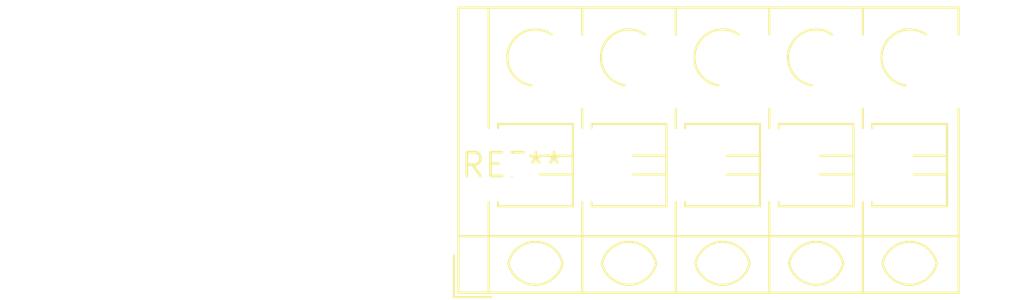
<source format=kicad_pcb>
(kicad_pcb (version 20240108) (generator pcbnew)
  (layers (0 "F.Cu" signal) (31 "B.Cu" signal) (34 "B.Paste" user) (35 "F.Paste" user) (36 "B.SilkS" user "B.Silkscreen") (37 "F.SilkS" user "F.Silkscreen") (38 "B.Mask" user) (39 "F.Mask" user) (44 "Edge.Cuts" user))
  (net 0 "")
  (footprint "TerminalBlock_WAGO_804-105_1x05_P5.00mm_45Degree" (layer "F.Cu") (at 0 0)
    (property "Reference" "REF**")
    (property "Value" "TerminalBlock_WAGO_804-105_1x05_P5.00mm_45Degree")
    (fp_line (start -3.11 4.82) (end -3.11 7.06) (layer "F.SilkS") (stroke (width 0.12)))
    (fp_line (start -3.11 7.06) (end -1.11 7.06) (layer "F.SilkS") (stroke (width 0.12)))
    (fp_line (start -2.87 -8.42) (end -2.87 6.82) (layer "F.SilkS") (stroke (width 0.12)))
    (fp_line (start -2.87 -8.42) (end 23.87 -8.42) (layer "F.SilkS") (stroke (width 0.12)))
    (fp_line (start -2.87 3.8) (end 23.87 3.8) (layer "F.SilkS") (stroke (width 0.12)))
    (fp_line (start -2.87 6.82) (end 23.87 6.82) (layer "F.SilkS") (stroke (width 0.12)))
    (fp_line (start -1.25 -8.42) (end -1.25 -1.98) (layer "F.SilkS") (stroke (width 0.12)))
    (fp_line (start -1.25 1.98) (end -1.25 6.82) (layer "F.SilkS") (stroke (width 0.12)))
    (fp_line (start -0.75 -2.2) (end -0.75 -1.98) (layer "F.SilkS") (stroke (width 0.12)))
    (fp_line (start -0.75 -2.2) (end 3.25 -2.2) (layer "F.SilkS") (stroke (width 0.12)))
    (fp_line (start -0.75 1.98) (end -0.75 2.2) (layer "F.SilkS") (stroke (width 0.12)))
    (fp_line (start -0.75 2.2) (end 3.25 2.2) (layer "F.SilkS") (stroke (width 0.12)))
    (fp_line (start 1.48 -0.5) (end 3.25 -0.5) (layer "F.SilkS") (stroke (width 0.12)))
    (fp_line (start 1.48 0.5) (end 3.25 0.5) (layer "F.SilkS") (stroke (width 0.12)))
    (fp_line (start 3.25 -2.2) (end 3.25 2.2) (layer "F.SilkS") (stroke (width 0.12)))
    (fp_line (start 3.25 -0.5) (end 3.25 0.5) (layer "F.SilkS") (stroke (width 0.12)))
    (fp_line (start 3.75 -8.42) (end 3.75 -6.98) (layer "F.SilkS") (stroke (width 0.12)))
    (fp_line (start 3.75 -3.02) (end 3.75 -1.98) (layer "F.SilkS") (stroke (width 0.12)))
    (fp_line (start 3.75 1.98) (end 3.75 6.82) (layer "F.SilkS") (stroke (width 0.12)))
    (fp_line (start 4.25 -2.2) (end 4.25 -1.98) (layer "F.SilkS") (stroke (width 0.12)))
    (fp_line (start 4.25 -2.2) (end 8.25 -2.2) (layer "F.SilkS") (stroke (width 0.12)))
    (fp_line (start 4.25 1.98) (end 4.25 2.2) (layer "F.SilkS") (stroke (width 0.12)))
    (fp_line (start 4.25 2.2) (end 8.25 2.2) (layer "F.SilkS") (stroke (width 0.12)))
    (fp_line (start 6.48 -0.5) (end 8.25 -0.5) (layer "F.SilkS") (stroke (width 0.12)))
    (fp_line (start 6.48 0.5) (end 8.25 0.5) (layer "F.SilkS") (stroke (width 0.12)))
    (fp_line (start 8.25 -2.2) (end 8.25 2.2) (layer "F.SilkS") (stroke (width 0.12)))
    (fp_line (start 8.25 -0.5) (end 8.25 0.5) (layer "F.SilkS") (stroke (width 0.12)))
    (fp_line (start 8.75 -8.42) (end 8.75 -6.98) (layer "F.SilkS") (stroke (width 0.12)))
    (fp_line (start 8.75 -3.02) (end 8.75 -1.98) (layer "F.SilkS") (stroke (width 0.12)))
    (fp_line (start 8.75 1.98) (end 8.75 6.82) (layer "F.SilkS") (stroke (width 0.12)))
    (fp_line (start 9.25 -2.2) (end 9.25 -1.98) (layer "F.SilkS") (stroke (width 0.12)))
    (fp_line (start 9.25 -2.2) (end 13.25 -2.2) (layer "F.SilkS") (stroke (width 0.12)))
    (fp_line (start 9.25 1.98) (end 9.25 2.2) (layer "F.SilkS") (stroke (width 0.12)))
    (fp_line (start 9.25 2.2) (end 13.25 2.2) (layer "F.SilkS") (stroke (width 0.12)))
    (fp_line (start 11.48 -0.5) (end 13.25 -0.5) (layer "F.SilkS") (stroke (width 0.12)))
    (fp_line (start 11.48 0.5) (end 13.25 0.5) (layer "F.SilkS") (stroke (width 0.12)))
    (fp_line (start 13.25 -2.2) (end 13.25 2.2) (layer "F.SilkS") (stroke (width 0.12)))
    (fp_line (start 13.25 -0.5) (end 13.25 0.5) (layer "F.SilkS") (stroke (width 0.12)))
    (fp_line (start 13.75 -8.42) (end 13.75 -6.98) (layer "F.SilkS") (stroke (width 0.12)))
    (fp_line (start 13.75 -3.02) (end 13.75 -1.98) (layer "F.SilkS") (stroke (width 0.12)))
    (fp_line (start 13.75 1.98) (end 13.75 6.82) (layer "F.SilkS") (stroke (width 0.12)))
    (fp_line (start 14.25 -2.2) (end 14.25 -1.98) (layer "F.SilkS") (stroke (width 0.12)))
    (fp_line (start 14.25 -2.2) (end 18.25 -2.2) (layer "F.SilkS") (stroke (width 0.12)))
    (fp_line (start 14.25 1.98) (end 14.25 2.2) (layer "F.SilkS") (stroke (width 0.12)))
    (fp_line (start 14.25 2.2) (end 18.25 2.2) (layer "F.SilkS") (stroke (width 0.12)))
    (fp_line (start 16.48 -0.5) (end 18.25 -0.5) (layer "F.SilkS") (stroke (width 0.12)))
    (fp_line (start 16.48 0.5) (end 18.25 0.5) (layer "F.SilkS") (stroke (width 0.12)))
    (fp_line (start 18.25 -2.2) (end 18.25 2.2) (layer "F.SilkS") (stroke (width 0.12)))
    (fp_line (start 18.25 -0.5) (end 18.25 0.5) (layer "F.SilkS") (stroke (width 0.12)))
    (fp_line (start 18.75 -8.42) (end 18.75 -6.98) (layer "F.SilkS") (stroke (width 0.12)))
    (fp_line (start 18.75 -3.02) (end 18.75 -1.98) (layer "F.SilkS") (stroke (width 0.12)))
    (fp_line (start 18.75 1.98) (end 18.75 6.82) (layer "F.SilkS") (stroke (width 0.12)))
    (fp_line (start 19.25 -2.2) (end 19.25 -1.98) (layer "F.SilkS") (stroke (width 0.12)))
    (fp_line (start 19.25 -2.2) (end 23.25 -2.2) (layer "F.SilkS") (stroke (width 0.12)))
    (fp_line (start 19.25 1.98) (end 19.25 2.2) (layer "F.SilkS") (stroke (width 0.12)))
    (fp_line (start 19.25 2.2) (end 23.25 2.2) (layer "F.SilkS") (stroke (width 0.12)))
    (fp_line (start 21.48 -0.5) (end 23.25 -0.5) (layer "F.SilkS") (stroke (width 0.12)))
    (fp_line (start 21.48 0.5) (end 23.25 0.5) (layer "F.SilkS") (stroke (width 0.12)))
    (fp_line (start 23.25 -2.2) (end 23.25 2.2) (layer "F.SilkS") (stroke (width 0.12)))
    (fp_line (start 23.25 -0.5) (end 23.25 0.5) (layer "F.SilkS") (stroke (width 0.12)))
    (fp_line (start 23.87 -8.42) (end 23.87 -6.98) (layer "F.SilkS") (stroke (width 0.12)))
    (fp_line (start 23.87 -3.02) (end 23.87 6.82) (layer "F.SilkS") (stroke (width 0.12)))
    (fp_arc (start -0.200865 5.250424) (mid 1.250296 4.099926) (end 2.701 5.251) (layer "F.SilkS") (stroke (width 0.12)))
    (fp_arc (start 1.040798 -4.264067) (mid -0.146039 -6.300306) (end 2.111 -6.979) (layer "F.SilkS") (stroke (width 0.12)))
    (fp_arc (start 2.7 5.25) (mid 1.250068 6.400101) (end -0.199969 5.250133) (layer "F.SilkS") (stroke (width 0.12)))
    (fp_arc (start 4.799135 5.250424) (mid 6.250296 4.099926) (end 7.701 5.251) (layer "F.SilkS") (stroke (width 0.12)))
    (fp_arc (start 6.040798 -4.264067) (mid 4.853961 -6.300306) (end 7.111 -6.979) (layer "F.SilkS") (stroke (width 0.12)))
    (fp_arc (start 7.7 5.25) (mid 6.250068 6.400101) (end 4.800031 5.250133) (layer "F.SilkS") (stroke (width 0.12)))
    (fp_arc (start 9.799135 5.250424) (mid 11.250296 4.099926) (end 12.701 5.251) (layer "F.SilkS") (stroke (width 0.12)))
    (fp_arc (start 11.040798 -4.264067) (mid 9.853961 -6.300306) (end 12.111 -6.979) (layer "F.SilkS") (stroke (width 0.12)))
    (fp_arc (start 12.7 5.25) (mid 11.250068 6.400101) (end 9.800031 5.250133) (layer "F.SilkS") (stroke (width 0.12)))
    (fp_arc (start 14.799135 5.250424) (mid 16.250296 4.099926) (end 17.701 5.251) (layer "F.SilkS") (stroke (width 0.12)))
    (fp_arc (start 16.040798 -4.264067) (mid 14.853961 -6.300306) (end 17.111 -6.979) (layer "F.SilkS") (stroke (width 0.12)))
    (fp_arc (start 17.7 5.25) (mid 16.250068 6.400101) (end 14.800031 5.250133) (layer "F.SilkS") (stroke (width 0.12)))
    (fp_arc (start 19.799135 5.250424) (mid 21.250296 4.099926) (end 22.701 5.251) (layer "F.SilkS") (stroke (width 0.12)))
    (fp_arc (start 21.040798 -4.264067) (mid 19.853961 -6.300306) (end 22.111 -6.979) (layer "F.SilkS") (stroke (width 0.12)))
    (fp_arc (start 22.7 5.25) (mid 21.250068 6.400101) (end 19.800031 5.250133) (layer "F.SilkS") (stroke (width 0.12)))
    (pad "1" thru_hole rect (at 0 0) (size 2 3) (drill 1.2) (layers *.Cu *.Mask) (remove_unused_layers))
    (pad "1" thru_hole rect (at 2.5 -5) (size 2 3) (drill 1.2) (layers *.Cu *.Mask) (remove_unused_layers))
    (pad "2" thru_hole oval (at 5 0) (size 2 3) (drill 1.2) (layers *.Cu *.Mask) (remove_unused_layers))
    (pad "2" thru_hole oval (at 7.5 -5) (size 2 3) (drill 1.2) (layers *.Cu *.Mask) (remove_unused_layers))
    (pad "3" thru_hole oval (at 10 0) (size 2 3) (drill 1.2) (layers *.Cu *.Mask) (remove_unused_layers))
    (pad "3" thru_hole oval (at 12.5 -5) (size 2 3) (drill 1.2) (layers *.Cu *.Mask) (remove_unused_layers))
    (pad "4" thru_hole oval (at 15 0) (size 2 3) (drill 1.2) (layers *.Cu *.Mask) (remove_unused_layers))
    (pad "4" thru_hole oval (at 17.5 -5) (size 2 3) (drill 1.2) (layers *.Cu *.Mask) (remove_unused_layers))
    (pad "5" thru_hole oval (at 20 0) (size 2 3) (drill 1.2) (layers *.Cu *.Mask) (remove_unused_layers))
    (pad "5" thru_hole oval (at 22.5 -5) (size 2 3) (drill 1.2) (layers *.Cu *.Mask) (remove_unused_layers))
  )
)
</source>
